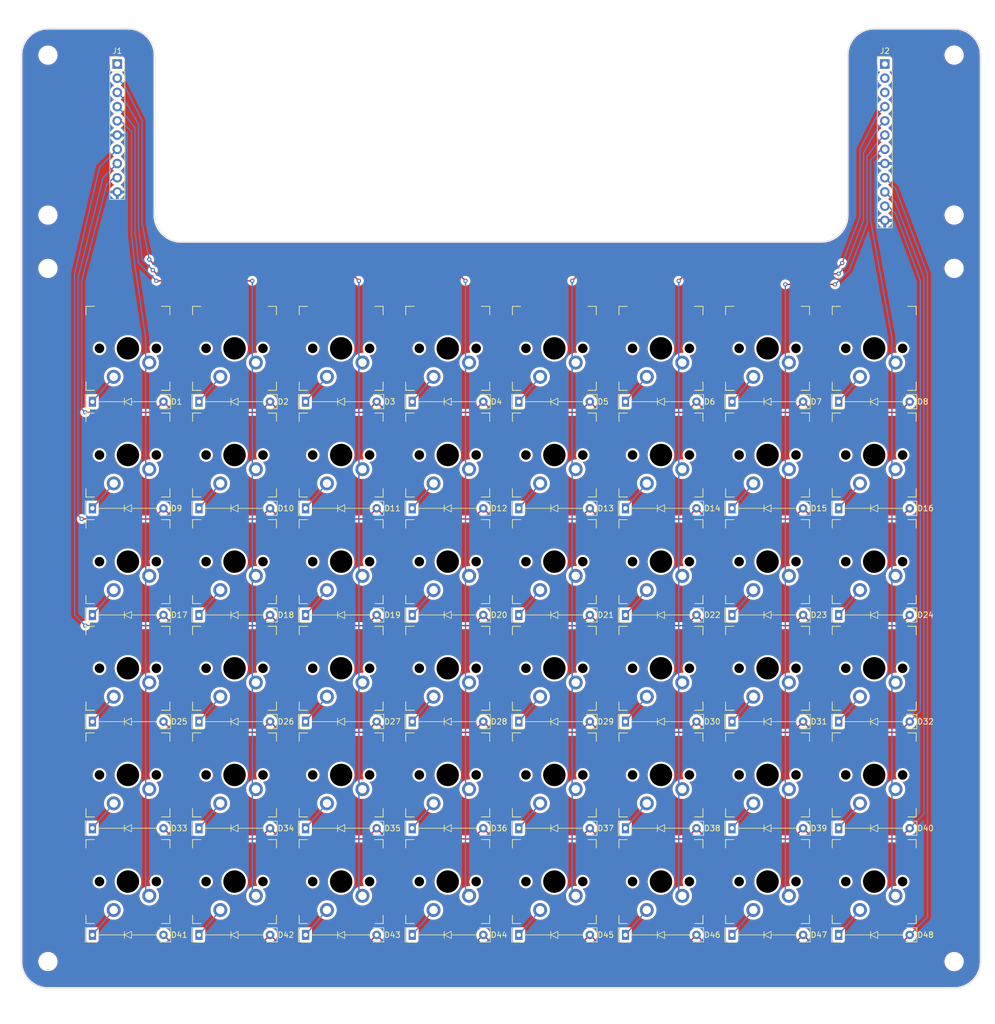
<source format=kicad_pcb>
(kicad_pcb (version 20221018) (generator pcbnew)
  (title_block (title "Eight by Six keyboard") (date "2024-09-06") (rev "v0-DRAFT") (company "Sporniket") (comment 3 "https://github.com/sporniket/eight-by-six-keyboard-hardware") (comment 4 "Original repository :"))
  (layers (0 "F.Cu" signal) (31 "B.Cu" signal) (34 "B.Paste" user) (35 "F.Paste" user) (36 "B.SilkS" user "B.Silkscreen") (37 "F.SilkS" user "F.Silkscreen") (38 "B.Mask" user) (39 "F.Mask" user) (44 "Edge.Cuts" user))
  (net 0 "")
  (net 1 "Net-(D1-K)")
  (net 2 "/r0")
  (net 3 "Net-(D2-K)")
  (net 4 "Net-(D3-K)")
  (net 5 "Net-(D4-K)")
  (net 6 "Net-(D5-K)")
  (net 7 "Net-(D6-K)")
  (net 8 "Net-(D7-K)")
  (net 9 "Net-(D8-K)")
  (net 10 "Net-(D9-K)")
  (net 11 "/r1")
  (net 12 "Net-(D10-K)")
  (net 13 "Net-(D11-K)")
  (net 14 "Net-(D12-K)")
  (net 15 "Net-(D13-K)")
  (net 16 "Net-(D14-K)")
  (net 17 "Net-(D15-K)")
  (net 18 "Net-(D16-K)")
  (net 19 "Net-(D17-K)")
  (net 20 "/r2")
  (net 21 "Net-(D18-K)")
  (net 22 "Net-(D19-K)")
  (net 23 "Net-(D20-K)")
  (net 24 "Net-(D21-K)")
  (net 25 "Net-(D22-K)")
  (net 26 "Net-(D23-K)")
  (net 27 "Net-(D24-K)")
  (net 28 "Net-(D25-K)")
  (net 29 "/r3")
  (net 30 "Net-(D26-K)")
  (net 31 "Net-(D27-K)")
  (net 32 "Net-(D28-K)")
  (net 33 "Net-(D29-K)")
  (net 34 "Net-(D30-K)")
  (net 35 "Net-(D31-K)")
  (net 36 "Net-(D32-K)")
  (net 37 "Net-(D33-K)")
  (net 38 "/r4")
  (net 39 "Net-(D34-K)")
  (net 40 "Net-(D35-K)")
  (net 41 "Net-(D36-K)")
  (net 42 "Net-(D37-K)")
  (net 43 "Net-(D38-K)")
  (net 44 "Net-(D39-K)")
  (net 45 "Net-(D40-K)")
  (net 46 "Net-(D41-K)")
  (net 47 "/r5")
  (net 48 "Net-(D42-K)")
  (net 49 "Net-(D43-K)")
  (net 50 "Net-(D44-K)")
  (net 51 "Net-(D45-K)")
  (net 52 "Net-(D46-K)")
  (net 53 "Net-(D47-K)")
  (net 54 "Net-(D48-K)")
  (net 56 "/c3")
  (net 57 "/c2")
  (net 58 "/c1")
  (net 59 "/c0")
  (net 60 "GND")
  (net 64 "/c4")
  (net 65 "/c5")
  (net 66 "/c6")
  (net 67 "/c7")
  (footprint "commons-passives_THT:Passive_THT_diode_W2.54mm_L12.70mm" (layer "F.Cu") (at 95.25 142.875)
    (fp_text reference "D4")
    (fp_text value "1N4148")
  )
  (footprint "commons-passives_THT:Passive_THT_diode_W2.54mm_L12.70mm" (layer "F.Cu") (at 133.35 142.875)
    (fp_text reference "D6")
    (fp_text value "1N4148")
  )
  (footprint "MountingHole:MountingHole_2.7mm_M2.5" (layer "F.Cu") (at 23.8125 242.8875)
    (fp_text reference "H4")
    (fp_text value "M2.5")
  )
  (footprint "commons-passives_THT:Passive_THT_diode_W2.54mm_L12.70mm" (layer "F.Cu") (at 133.35 200.025)
    (fp_text reference "D30")
    (fp_text value "1N4148")
  )
  (footprint "commons-passives_THT:Passive_THT_diode_W2.54mm_L12.70mm" (layer "F.Cu") (at 38.1 161.925)
    (fp_text reference "D9")
    (fp_text value "1N4148")
  )
  (footprint "Connector_PinHeader_2.54mm:PinHeader_1x10_P2.54mm_Vertical" (layer "F.Cu") (at 36.195 82.55)
    (fp_text reference "J1")
    (fp_text value "Left")
  )
  (footprint "commons-passives_THT:Passive_THT_diode_W2.54mm_L12.70mm" (layer "F.Cu") (at 76.2 161.925)
    (fp_text reference "D11")
    (fp_text value "1N4148")
  )
  (footprint "commons-passives_THT:Passive_THT_diode_W2.54mm_L12.70mm" (layer "F.Cu") (at 171.45 200.025)
    (fp_text reference "D32")
    (fp_text value "1N4148")
  )
  (footprint "key-switches:SW_MX_THT" (layer "F.Cu") (at 133.35 228.6)
    (fp_text reference "SW46" hide)
    (fp_text value "Key" hide)
  )
  (footprint "MountingHole:MountingHole_2.7mm_M2.5" (layer "F.Cu") (at 185.7375 119.0625)
    (fp_text reference "H7")
    (fp_text value "M2.5")
  )
  (footprint "commons-passives_THT:Passive_THT_diode_W2.54mm_L12.70mm" (layer "F.Cu") (at 152.4 142.875)
    (fp_text reference "D7")
    (fp_text value "1N4148")
  )
  (footprint "MountingHole:MountingHole_2.7mm_M2.5" (layer "F.Cu") (at 185.7375 242.8875)
    (fp_text reference "H8")
    (fp_text value "M2.5")
  )
  (footprint "key-switches:SW_MX_THT" (layer "F.Cu") (at 171.45 152.4)
    (fp_text reference "SW16" hide)
    (fp_text value "Key" hide)
  )
  (footprint "commons-passives_THT:Passive_THT_diode_W2.54mm_L12.70mm" (layer "F.Cu") (at 57.15 161.925)
    (fp_text reference "D10")
    (fp_text value "1N4148")
  )
  (footprint "key-switches:SW_MX_THT" (layer "F.Cu") (at 133.35 152.4)
    (fp_text reference "SW14" hide)
    (fp_text value "Key" hide)
  )
  (footprint "commons-passives_THT:Passive_THT_diode_W2.54mm_L12.70mm" (layer "F.Cu") (at 114.3 200.025)
    (fp_text reference "D29")
    (fp_text value "1N4148")
  )
  (footprint "Connector_PinHeader_2.54mm:PinHeader_1x12_P2.54mm_Vertical" (layer "F.Cu") (at 173.355 82.55)
    (fp_text reference "J2")
    (fp_text value "Right")
  )
  (footprint "MountingHole:MountingHole_2.7mm_M2.5" (layer "F.Cu") (at 23.8125 109.5375)
    (fp_text reference "H2")
    (fp_text value "M2.5")
  )
  (footprint "commons-passives_THT:Passive_THT_diode_W2.54mm_L12.70mm" (layer "F.Cu") (at 114.3 142.875)
    (fp_text reference "D5")
    (fp_text value "1N4148")
  )
  (footprint "commons-passives_THT:Passive_THT_diode_W2.54mm_L12.70mm" (layer "F.Cu") (at 57.15 219.075)
    (fp_text reference "D34")
    (fp_text value "1N4148")
  )
  (footprint "key-switches:SW_MX_THT" (layer "F.Cu") (at 57.15 209.55)
    (fp_text reference "SW34" hide)
    (fp_text value "Key" hide)
  )
  (footprint "key-switches:SW_MX_THT" (layer "F.Cu") (at 171.45 190.5)
    (fp_text reference "SW32" hide)
    (fp_text value "Key" hide)
  )
  (footprint "commons-passives_THT:Passive_THT_diode_W2.54mm_L12.70mm" (layer "F.Cu") (at 171.45 180.975)
    (fp_text reference "D24")
    (fp_text value "1N4148")
  )
  (footprint "key-switches:SW_MX_THT" (layer "F.Cu") (at 76.2 133.35)
    (fp_text reference "SW3" hide)
    (fp_text value "Key" hide)
  )
  (footprint "key-switches:SW_MX_THT" (layer "F.Cu") (at 57.15 133.35)
    (fp_text reference "SW2" hide)
    (fp_text value "Key" hide)
  )
  (footprint "key-switches:SW_MX_THT" (layer "F.Cu") (at 171.45 171.45)
    (fp_text reference "SW24" hide)
    (fp_text value "Key" hide)
  )
  (footprint "key-switches:SW_MX_THT" (layer "F.Cu") (at 114.3 152.4)
    (fp_text reference "SW13" hide)
    (fp_text value "Key" hide)
  )
  (footprint "commons-passives_THT:Passive_THT_diode_W2.54mm_L12.70mm" (layer "F.Cu") (at 133.35 180.975)
    (fp_text reference "D22")
    (fp_text value "1N4148")
  )
  (footprint "commons-passives_THT:Passive_THT_diode_W2.54mm_L12.70mm" (layer "F.Cu") (at 57.15 200.025)
    (fp_text reference "D26")
    (fp_text value "1N4148")
  )
  (footprint "commons-passives_THT:Passive_THT_diode_W2.54mm_L12.70mm" (layer "F.Cu") (at 152.4 219.075)
    (fp_text reference "D39")
    (fp_text value "1N4148")
  )
  (footprint "key-switches:SW_MX_THT" (layer "F.Cu") (at 133.35 133.35)
    (fp_text reference "SW6" hide)
    (fp_text value "Key" hide)
  )
  (footprint "commons-passives_THT:Passive_THT_diode_W2.54mm_L12.70mm" (layer "F.Cu") (at 152.4 161.925)
    (fp_text reference "D15")
    (fp_text value "1N4148")
  )
  (footprint "key-switches:SW_MX_THT" (layer "F.Cu") (at 76.2 190.5)
    (fp_text reference "SW27" hide)
    (fp_text value "Key" hide)
  )
  (footprint "key-switches:SW_MX_THT" (layer "F.Cu") (at 171.45 209.55)
    (fp_text reference "SW40" hide)
    (fp_text value "Key" hide)
  )
  (footprint "key-switches:SW_MX_THT" (layer "F.Cu") (at 114.3 209.55)
    (fp_text reference "SW37" hide)
    (fp_text value "Key" hide)
  )
  (footprint "key-switches:SW_MX_THT" (layer "F.Cu") (at 114.3 190.5)
    (fp_text reference "SW29" hide)
    (fp_text value "Key" hide)
  )
  (footprint "commons-passives_THT:Passive_THT_diode_W2.54mm_L12.70mm" (layer "F.Cu") (at 114.3 180.975)
    (fp_text reference "D21")
    (fp_text value "1N4148")
  )
  (footprint "key-switches:SW_MX_THT" (layer "F.Cu") (at 76.2 209.55)
    (fp_text reference "SW35" hide)
    (fp_text value "Key" hide)
  )
  (footprint "commons-passives_THT:Passive_THT_diode_W2.54mm_L12.70mm" (layer "F.Cu") (at 57.15 180.975)
    (fp_text reference "D18")
    (fp_text value "1N4148")
  )
  (footprint "key-switches:SW_MX_THT" (layer "F.Cu") (at 38.1 228.6)
    (fp_text reference "SW41" hide)
    (fp_text value "Key" hide)
  )
  (footprint "key-switches:SW_MX_THT" (layer "F.Cu") (at 133.35 209.55)
    (fp_text reference "SW38" hide)
    (fp_text value "Key" hide)
  )
  (footprint "commons-passives_THT:Passive_THT_diode_W2.54mm_L12.70mm" (layer "F.Cu") (at 76.2 142.875)
    (fp_text reference "D3")
    (fp_text value "1N4148")
  )
  (footprint "commons-passives_THT:Passive_THT_diode_W2.54mm_L12.70mm" (layer "F.Cu") (at 38.1 219.075)
    (fp_text reference "D33")
    (fp_text value "1N4148")
  )
  (footprint "key-switches:SW_MX_THT" (layer "F.Cu") (at 95.25 152.4)
    (fp_text reference "SW12" hide)
    (fp_text value "Key" hide)
  )
  (footprint "commons-passives_THT:Passive_THT_diode_W2.54mm_L12.70mm" (layer "F.Cu") (at 133.35 238.125)
    (fp_text reference "D46")
    (fp_text value "1N4148")
  )
  (footprint "commons-passives_THT:Passive_THT_diode_W2.54mm_L12.70mm" (layer "F.Cu") (at 152.4 238.125)
    (fp_text reference "D47")
    (fp_text value "1N4148")
  )
  (footprint "commons-passives_THT:Passive_THT_diode_W2.54mm_L12.70mm" (layer "F.Cu") (at 95.25 238.125)
    (fp_text reference "D44")
    (fp_text value "1N4148")
  )
  (footprint "commons-passives_THT:Passive_THT_diode_W2.54mm_L12.70mm" (layer "F.Cu") (at 38.1 200.025)
    (fp_text reference "D25")
    (fp_text value "1N4148")
  )
  (footprint "key-switches:SW_MX_THT" (layer "F.Cu") (at 95.25 190.5)
    (fp_text reference "SW28" hide)
    (fp_text value "Key" hide)
  )
  (footprint "commons-passives_THT:Passive_THT_diode_W2.54mm_L12.70mm" (layer "F.Cu") (at 76.2 238.125)
    (fp_text reference "D43")
    (fp_text value "1N4148")
  )
  (footprint "key-switches:SW_MX_THT" (layer "F.Cu") (at 95.25 228.6)
    (fp_text reference "SW44" hide)
    (fp_text value "Key" hide)
  )
  (footprint "commons-passives_THT:Passive_THT_diode_W2.54mm_L12.70mm" (layer "F.Cu") (at 114.3 238.125)
    (fp_text reference "D45")
    (fp_text value "1N4148")
  )
  (footprint "commons-passives_THT:Passive_THT_diode_W2.54mm_L12.70mm" (layer "F.Cu") (at 171.45 161.925)
    (fp_text reference "D16")
    (fp_text value "1N4148")
  )
  (footprint "commons-passives_THT:Passive_THT_diode_W2.54mm_L12.70mm" (layer "F.Cu") (at 57.15 142.875)
    (fp_text reference "D2")
    (fp_text value "1N4148")
  )
  (footprint "key-switches:SW_MX_THT" (layer "F.Cu") (at 38.1 152.4)
    (fp_text reference "SW9" hide)
    (fp_text value "Key" hide)
  )
  (footprint "key-switches:SW_MX_THT" (layer "F.Cu") (at 76.2 171.45)
    (fp_text reference "SW19" hide)
    (fp_text value "Key" hide)
  )
  (footprint "key-switches:SW_MX_THT" (layer "F.Cu") (at 38.1 171.45)
    (fp_text reference "SW17" hide)
    (fp_text value "Key" hide)
  )
  (footprint "key-switches:SW_MX_THT" (layer "F.Cu") (at 57.15 152.4)
    (fp_text reference "SW10" hide)
    (fp_text value "Key" hide)
  )
  (footprint "key-switches:SW_MX_THT" (layer "F.Cu") (at 171.45 133.35)
    (fp_text reference "SW8" hide)
    (fp_text value "Key" hide)
  )
  (footprint "MountingHole:MountingHole_2.7mm_M2.5" (layer "F.Cu") (at 185.7375 80.9625)
    (fp_text reference "H5")
    (fp_text value "M2.5")
  )
  (footprint "commons-passives_THT:Passive_THT_diode_W2.54mm_L12.70mm" (layer "F.Cu") (at 57.15 238.125)
    (fp_text reference "D42")
    (fp_text value "1N4148")
  )
  (footprint "key-switches:SW_MX_THT" (layer "F.Cu") (at 171.45 228.6)
    (fp_text reference "SW48" hide)
    (fp_text value "Key" hide)
  )
  (footprint "MountingHole:MountingHole_2.7mm_M2.5" (layer "F.Cu") (at 23.8125 119.0625)
    (fp_text reference "H3")
    (fp_text value "M2.5")
  )
  (footprint "key-switches:SW_MX_THT" (layer "F.Cu") (at 152.4 209.55)
    (fp_text reference "SW39" hide)
    (fp_text value "Key" hide)
  )
  (footprint "key-switches:SW_MX_THT" (layer "F.Cu") (at 133.35 190.5)
    (fp_text reference "SW30" hide)
    (fp_text value "Key" hide)
  )
  (footprint "commons-passives_THT:Passive_THT_diode_W2.54mm_L12.70mm" (layer "F.Cu") (at 95.25 219.075)
    (fp_text reference "D36")
    (fp_text value "1N4148")
  )
  (footprint "commons-passives_THT:Passive_THT_diode_W2.54mm_L12.70mm" (layer "F.Cu") (at 38.1 180.975)
    (fp_text reference "D17")
    (fp_text value "1N4148")
  )
  (footprint "commons-passives_THT:Passive_THT_diode_W2.54mm_L12.70mm" (layer "F.Cu") (at 171.45 238.125)
    (fp_text reference "D48")
    (fp_text value "1N4148")
  )
  (footprint "key-switches:SW_MX_THT" (layer "F.Cu") (at 57.15 228.6)
    (fp_text reference "SW42" hide)
    (fp_text value "Key" hide)
  )
  (footprint "key-switches:SW_MX_THT" (layer "F.Cu") (at 152.4 171.45)
    (fp_text reference "SW23" hide)
    (fp_text value "Key" hide)
  )
  (footprint "key-switches:SW_MX_THT" (layer "F.Cu") (at 38.1 190.5)
    (fp_text reference "SW25" hide)
    (fp_text value "Key" hide)
  )
  (footprint "commons-passives_THT:Passive_THT_diode_W2.54mm_L12.70mm" (layer "F.Cu") (at 152.4 180.975)
    (fp_text reference "D23")
    (fp_text value "1N4148")
  )
  (footprint "key-switches:SW_MX_THT" (layer "F.Cu") (at 133.35 171.45)
    (fp_text reference "SW22" hide)
    (fp_text value "Key" hide)
  )
  (footprint "MountingHole:MountingHole_2.7mm_M2.5" (layer "F.Cu") (at 185.7375 109.5375)
    (fp_text reference "H6")
    (fp_text value "M2.5")
  )
  (footprint "commons-passives_THT:Passive_THT_diode_W2.54mm_L12.70mm" (layer "F.Cu") (at 38.1 142.875)
    (fp_text reference "D1")
    (fp_text value "1N4148")
  )
  (footprint "key-switches:SW_MX_THT" (layer "F.Cu") (at 114.3 228.6)
    (fp_text reference "SW45" hide)
    (fp_text value "Key" hide)
  )
  (footprint "key-switches:SW_MX_THT" (layer "F.Cu") (at 114.3 133.35)
    (fp_text reference "SW5" hide)
    (fp_text value "Key" hide)
  )
  (footprint "commons-passives_THT:Passive_THT_diode_W2.54mm_L12.70mm" (layer "F.Cu") (at 133.35 161.925)
    (fp_text reference "D14")
    (fp_text value "1N4148")
  )
  (footprint "commons-passives_THT:Passive_THT_diode_W2.54mm_L12.70mm" (layer "F.Cu") (at 95.25 180.975)
    (fp_text reference "D20")
    (fp_text value "1N4148")
  )
  (footprint "key-switches:SW_MX_THT" (layer "F.Cu") (at 38.1 133.35)
    (fp_text reference "SW1" hide)
    (fp_text value "Key" hide)
  )
  (footprint "key-switches:SW_MX_THT" (layer "F.Cu") (at 152.4 133.35)
    (fp_text reference "SW7" hide)
    (fp_text value "Key" hide)
  )
  (footprint "commons-passives_THT:Passive_THT_diode_W2.54mm_L12.70mm" (layer "F.Cu") (at 171.45 219.075)
    (fp_text reference "D40")
    (fp_text value "1N4148")
  )
  (footprint "commons-passives_THT:Passive_THT_diode_W2.54mm_L12.70mm" (layer "F.Cu") (at 133.35 219.075)
    (fp_text reference "D38")
    (fp_text value "1N4148")
  )
  (footprint "key-switches:SW_MX_THT" (layer "F.Cu") (at 95.25 133.35)
    (fp_text reference "SW4" hide)
    (fp_text value "Key" hide)
  )
  (footprint "key-switches:SW_MX_THT" (layer "F.Cu") (at 152.4 152.4)
    (fp_text reference "SW15" hide)
    (fp_text value "Key" hide)
  )
  (footprint "key-switches:SW_MX_THT" (layer "F.Cu") (at 95.25 209.55)
    (fp_text reference "SW36" hide)
    (fp_text value "Key" hide)
  )
  (footprint "key-switches:SW_MX_THT" (layer "F.Cu") (at 38.1 209.55)
    (fp_text reference "SW33" hide)
    (fp_text value "Key" hide)
  )
  (footprint "commons-passives_THT:Passive_THT_diode_W2.54mm_L12.70mm" (layer "F.Cu") (at 38.1 238.125)
    (fp_text reference "D41")
    (fp_text value "1N4148")
  )
  (footprint "commons-passives_THT:Passive_THT_diode_W2.54mm_L12.70mm" (layer "F.Cu") (at 171.45 142.875)
    (fp_text reference "D8")
    (fp_text value "1N4148")
  )
  (footprint "key-switches:SW_MX_THT" (layer "F.Cu") (at 76.2 152.4)
    (fp_text reference "SW11" hide)
    (fp_text value "Key" hide)
  )
  (footprint "key-switches:SW_MX_THT" (layer "F.Cu") (at 57.15 171.45)
    (fp_text reference "SW18" hide)
    (fp_text value "Key" hide)
  )
  (footprint "commons-passives_THT:Passive_THT_diode_W2.54mm_L12.70mm" (layer "F.Cu") (at 76.2 200.025)
    (fp_text reference "D27")
    (fp_text value "1N4148")
  )
  (footprint "MountingHole:MountingHole_2.7mm_M2.5" (layer "F.Cu") (at 23.8125 80.9625)
    (fp_text reference "H1")
    (fp_text value "M2.5")
  )
  (footprint "key-switches:SW_MX_THT" (layer "F.Cu") (at 114.3 171.45)
    (fp_text reference "SW21" hide)
    (fp_text value "Key" hide)
  )
  (footprint "key-switches:SW_MX_THT" (layer "F.Cu") (at 57.15 190.5)
    (fp_text reference "SW26" hide)
    (fp_text value "Key" hide)
  )
  (footprint "commons-passives_THT:Passive_THT_diode_W2.54mm_L12.70mm" (layer "F.Cu") (at 95.25 161.925)
    (fp_text reference "D12")
    (fp_text value "1N4148")
  )
  (footprint "commons-passives_THT:Passive_THT_diode_W2.54mm_L12.70mm" (layer "F.Cu") (at 114.3 219.075)
    (fp_text reference "D37")
    (fp_text value "1N4148")
  )
  (footprint "commons-passives_THT:Passive_THT_diode_W2.54mm_L12.70mm" (layer "F.Cu") (at 76.2 180.975)
    (fp_text reference "D19")
    (fp_text value "1N4148")
  )
  (footprint "commons-passives_THT:Passive_THT_diode_W2.54mm_L12.70mm" (layer "F.Cu") (at 114.3 161.925)
    (fp_text reference "D13")
    (fp_text value "1N4148")
  )
  (footprint "key-switches:SW_MX_THT" (layer "F.Cu") (at 152.4 228.6)
    (fp_text reference "SW47" hide)
    (fp_text value "Key" hide)
  )
  (footprint "key-switches:SW_MX_THT" (layer "F.Cu") (at 152.4 190.5)
    (fp_text reference "SW31" hide)
    (fp_text value "Key" hide)
  )
  (footprint "commons-passives_THT:Passive_THT_diode_W2.54mm_L12.70mm" (layer "F.Cu") (at 76.2 219.075)
    (fp_text reference "D35")
    (fp_text value "1N4148")
  )
  (footprint "key-switches:SW_MX_THT" (layer "F.Cu") (at 76.2 228.6)
    (fp_text reference "SW43" hide)
    (fp_text value "Key" hide)
  )
  (footprint "commons-passives_THT:Passive_THT_diode_W2.54mm_L12.70mm" (layer "F.Cu") (at 152.4 200.025)
    (fp_text reference "D31")
    (fp_text value "1N4148")
  )
  (footprint "key-switches:SW_MX_THT" (layer "F.Cu") (at 95.25 171.45)
    (fp_text reference "SW20" hide)
    (fp_text value "Key" hide)
  )
  (footprint "commons-passives_THT:Passive_THT_diode_W2.54mm_L12.70mm" (layer "F.Cu") (at 95.25 200.025)
    (fp_text reference "D28")
    (fp_text value "1N4148")
  )
  (gr_line (start 19.05 80.9625) (end 19.05 242.8875) (stroke (width 0.1)) (layer "Edge.Cuts"))
  (gr_arc (start 166.6875 80.9625) (mid 168.082404 77.594904) (end 171.45 76.2) (stroke (width 0.1)) (layer "Edge.Cuts"))
  (gr_arc (start 185.7375 76.2) (mid 189.105096 77.594904) (end 190.5 80.9625) (stroke (width 0.1)) (layer "Edge.Cuts"))
  (gr_line (start 166.6875 80.9625) (end 166.6875 109.5375) (stroke (width 0.1)) (layer "Edge.Cuts"))
  (gr_arc (start 47.625 114.3) (mid 44.257404 112.905096) (end 42.8625 109.5375) (stroke (width 0.1)) (layer "Edge.Cuts"))
  (gr_line (start 38.1 76.2) (end 23.8125 76.2) (stroke (width 0.1)) (layer "Edge.Cuts"))
  (gr_line (start 190.5 242.8875) (end 190.5 80.9625) (stroke (width 0.1)) (layer "Edge.Cuts"))
  (gr_arc (start 38.1 76.2) (mid 41.467596 77.594904) (end 42.8625 80.9625) (stroke (width 0.1)) (layer "Edge.Cuts"))
  (gr_arc (start 190.5 242.8875) (mid 189.105096 246.255096) (end 185.7375 247.65) (stroke (width 0.1)) (layer "Edge.Cuts"))
  (gr_line (start 42.8625 109.5375) (end 42.8625 80.9625) (stroke (width 0.1)) (layer "Edge.Cuts"))
  (gr_line (start 161.925 114.3) (end 47.625 114.3) (stroke (width 0.1)) (layer "Edge.Cuts"))
  (gr_line (start 23.8125 247.65) (end 185.7375 247.65) (stroke (width 0.1)) (layer "Edge.Cuts"))
  (gr_line (start 185.7375 76.2) (end 171.45 76.2) (stroke (width 0.1)) (layer "Edge.Cuts"))
  (gr_arc (start 19.05 80.9625) (mid 20.444904 77.594904) (end 23.8125 76.2) (stroke (width 0.1)) (layer "Edge.Cuts"))
  (gr_arc (start 23.8125 247.65) (mid 20.444904 246.255096) (end 19.05 242.8875) (stroke (width 0.1)) (layer "Edge.Cuts"))
  (gr_arc (start 166.6875 109.5375) (mid 165.292596 112.905096) (end 161.925 114.3) (stroke (width 0.1)) (layer "Edge.Cuts"))
  (segment (start 31.75 142.875) (end 35.56 138.43) (width 0.254) (layer "B.Cu") (net 1))
  (segment (start 61.595 144.78) (end 63.5 142.875) (width 0.254) (layer "F.Cu") (net 2))
  (segment (start 103.505 144.78) (end 118.745 144.78) (width 0.254) (layer "F.Cu") (net 2))
  (segment (start 156.845 144.78) (end 158.75 142.875) (width 0.254) (layer "F.Cu") (net 2))
  (segment (start 101.6 142.875) (end 103.505 144.78) (width 0.254) (layer "F.Cu") (net 2))
  (segment (start 82.55 142.875) (end 84.455 144.78) (width 0.254) (layer "F.Cu") (net 2))
  (segment (start 84.455 144.78) (end 99.695 144.78) (width 0.254) (layer "F.Cu") (net 2))
  (segment (start 139.7 142.875) (end 141.605 144.78) (width 0.254) (layer "F.Cu") (net 2))
  (segment (start 175.895 144.78) (end 177.8 142.875) (width 0.254) (layer "F.Cu") (net 2))
  (segment (start 120.65 142.875) (end 122.555 144.78) (width 0.254) (layer "F.Cu") (net 2))
  (segment (start 160.655 144.78) (end 175.895 144.78) (width 0.254) (layer "F.Cu") (net 2))
  (segment (start 44.45 142.875) (end 46.355 144.78) (width 0.254) (layer "F.Cu") (net 2))
  (segment (start 80.645 144.78) (end 82.55 142.875) (width 0.254) (layer "F.Cu") (net 2))
  (segment (start 42.545 144.78) (end 44.45 142.875) (width 0.254) (layer "F.Cu") (net 2))
  (segment (start 63.5 142.875) (end 65.405 144.78) (width 0.254) (layer "F.Cu") (net 2))
  (segment (start 158.75 142.875) (end 160.655 144.78) (width 0.254) (layer "F.Cu") (net 2))
  (segment (start 99.695 144.78) (end 101.6 142.875) (width 0.254) (layer "F.Cu") (net 2))
  (segment (start 65.405 144.78) (end 80.645 144.78) (width 0.254) (layer "F.Cu") (net 2))
  (segment (start 118.745 144.78) (end 120.65 142.875) (width 0.254) (layer "F.Cu") (net 2))
  (segment (start 30.48 144.78) (end 42.545 144.78) (width 0.254) (layer "F.Cu") (net 2))
  (segment (start 122.555 144.78) (end 137.795 144.78) (width 0.254) (layer "F.Cu") (net 2))
  (segment (start 46.355 144.78) (end 61.595 144.78) (width 0.254) (layer "F.Cu") (net 2))
  (segment (start 137.795 144.78) (end 139.7 142.875) (width 0.254) (layer "F.Cu") (net 2))
  (segment (start 141.605 144.78) (end 156.845 144.78) (width 0.254) (layer "F.Cu") (net 2))
  (via (at 30.48 144.78) (size 0.762) (drill 0.381) (layers "F.Cu" "B.Cu") (net 2))
  (segment (start 29.845 121.285) (end 34.29 104.14) (width 0.254) (layer "B.Cu") (net 2))
  (segment (start 29.845 121.285) (end 29.845 144.145) (width 0.254) (layer "B.Cu") (net 2))
  (segment (start 36.195 102.87) (end 35.56 102.87) (width 0.254) (layer "B.Cu") (net 2))
  (segment (start 35.56 102.87) (end 34.29 104.14) (width 0.254) (layer "B.Cu") (net 2))
  (segment (start 29.845 144.145) (end 30.48 144.78) (width 0.254) (layer "B.Cu") (net 2))
  (segment (start 50.8 142.875) (end 54.61 138.43) (width 0.254) (layer "B.Cu") (net 3))
  (segment (start 69.85 142.875) (end 73.66 138.43) (width 0.254) (layer "B.Cu") (net 4))
  (segment (start 88.9 142.875) (end 92.71 138.43) (width 0.254) (layer "B.Cu") (net 5))
  (segment (start 107.95 142.875) (end 111.76 138.43) (width 0.254) (layer "B.Cu") (net 6))
  (segment (start 127 142.875) (end 130.81 138.43) (width 0.254) (layer "B.Cu") (net 7))
  (segment (start 146.05 142.875) (end 149.86 138.43) (width 0.254) (layer "B.Cu") (net 8))
  (segment (start 165.1 142.875) (end 168.91 138.43) (width 0.254) (layer "B.Cu") (net 9))
  (segment (start 31.75 161.925) (end 35.56 157.48) (width 0.254) (layer "B.Cu") (net 10))
  (segment (start 158.75 161.925) (end 160.655 163.83) (width 0.254) (layer "F.Cu") (net 11))
  (segment (start 29.845 163.83) (end 42.545 163.83) (width 0.254) (layer "F.Cu") (net 11))
  (segment (start 120.65 161.925) (end 122.555 163.83) (width 0.254) (layer "F.Cu") (net 11))
  (segment (start 65.405 163.83) (end 80.645 163.83) (width 0.254) (layer "F.Cu") (net 11))
  (segment (start 99.695 163.83) (end 101.6 161.925) (width 0.254) (layer "F.Cu") (net 11))
  (segment (start 156.845 163.83) (end 158.75 161.925) (width 0.254) (layer "F.Cu") (net 11))
  (segment (start 139.7 161.925) (end 141.605 163.83) (width 0.254) (layer "F.Cu") (net 11))
  (segment (start 175.895 163.83) (end 177.8 161.925) (width 0.254) (layer "F.Cu") (net 11))
  (segment (start 122.555 163.83) (end 137.795 163.83) (width 0.254) (layer "F.Cu") (net 11))
  (segment (start 118.745 163.83) (end 120.65 161.925) (width 0.254) (layer "F.Cu") (net 11))
  (segment (start 63.5 161.925) (end 65.405 163.83) (width 0.254) (layer "F.Cu") (net 11))
  (segment (start 42.545 163.83) (end 44.45 161.925) (width 0.254) (layer "F.Cu") (net 11))
  (segment (start 137.795 163.83) (end 139.7 161.925) (width 0.254) (layer "F.Cu") (net 11))
  (segment (start 141.605 163.83) (end 156.845 163.83) (width 0.254) (layer "F.Cu") (net 11))
  (segment (start 61.595 163.83) (end 63.5 161.925) (width 0.254) (layer "F.Cu") (net 11))
  (segment (start 46.355 163.83) (end 61.595 163.83) (width 0.254) (layer "F.Cu") (net 11))
  (segment (start 84.455 163.83) (end 99.695 163.83) (width 0.254) (layer "F.Cu") (net 11))
  (segment (start 160.655 163.83) (end 175.895 163.83) (width 0.254) (layer "F.Cu") (net 11))
  (segment (start 101.6 161.925) (end 103.505 163.83) (width 0.254) (layer "F.Cu") (net 11))
  (segment (start 103.505 163.83) (end 118.745 163.83) (width 0.254) (layer "F.Cu") (net 11))
  (segment (start 80.645 163.83) (end 82.55 161.925) (width 0.254) (layer "F.Cu") (net 11))
  (segment (start 44.45 161.925) (end 46.355 163.83) (width 0.254) (layer "F.Cu") (net 11))
  (segment (start 82.55 161.925) (end 84.455 163.83) (width 0.254) (layer "F.Cu") (net 11))
  (via (at 29.845 163.83) (size 0.762) (drill 0.381) (layers "F.Cu" "B.Cu") (net 11))
  (segment (start 36.195 100.33) (end 33.655 102.87) (width 0.254) (layer "B.Cu") (net 11))
  (segment (start 29.21 163.195) (end 29.845 163.83) (width 0.254) (layer "B.Cu") (net 11))
  (segment (start 29.21 120.65) (end 33.655 102.87) (width 0.254) (layer "B.Cu") (net 11))
  (segment (start 29.21 120.65) (end 29.21 163.195) (width 0.254) (layer "B.Cu") (net 11))
  (segment (start 50.8 161.925) (end 54.61 157.48) (width 0.254) (layer "B.Cu") (net 12))
  (segment (start 69.85 161.925) (end 73.66 157.48) (width 0.254) (layer "B.Cu") (net 13))
  (segment (start 88.9 161.925) (end 92.71 157.48) (width 0.254) (layer "B.Cu") (net 14))
  (segment (start 107.95 161.925) (end 111.76 157.48) (width 0.254) (layer "B.Cu") (net 15))
  (segment (start 127 161.925) (end 130.81 157.48) (width 0.254) (layer "B.Cu") (net 16))
  (segment (start 146.05 161.925) (end 149.86 157.48) (width 0.254) (layer "B.Cu") (net 17))
  (segment (start 165.1 161.925) (end 168.91 157.48) (width 0.254) (layer "B.Cu") (net 18))
  (segment (start 31.75 180.975) (end 35.56 176.53) (width 0.254) (layer "B.Cu") (net 19))
  (segment (start 99.695 182.88) (end 101.6 180.975) (width 0.254) (layer "F.Cu") (net 20))
  (segment (start 30.48 182.88) (end 42.545 182.88) (width 0.254) (layer "F.Cu") (net 20))
  (segment (start 137.795 182.88) (end 139.7 180.975) (width 0.254) (layer "F.Cu") (net 20))
  (segment (start 156.845 182.88) (end 158.75 180.975) (width 0.254) (layer "F.Cu") (net 20))
  (segment (start 122.555 182.88) (end 137.795 182.88) (width 0.254) (layer "F.Cu") (net 20))
  (segment (start 175.895 182.88) (end 177.8 180.975) (width 0.254) (layer "F.Cu") (net 20))
  (segment (start 63.5 180.975) (end 65.405 182.88) (width 0.254) (layer "F.Cu") (net 20))
  (segment (start 61.595 182.88) (end 63.5 180.975) (width 0.254) (layer "F.Cu") (net 20))
  (segment (start 42.545 182.88) (end 44.45 180.975) (width 0.254) (layer "F.Cu") (net 20))
  (segment (start 84.455 182.88) (end 99.695 182.88) (width 0.254) (layer "F.Cu") (net 20))
  (segment (start 103.505 182.88) (end 118.745 182.88) (width 0.254) (layer "F.Cu") (net 20))
  (segment (start 158.75 180.975) (end 160.655 182.88) (width 0.254) (layer "F.Cu") (net 20))
  (segment (start 139.7 180.975) (end 141.605 182.88) (width 0.254) (layer "F.Cu") (net 20))
  (segment (start 118.745 182.88) (end 120.65 180.975) (width 0.254) (layer "F.Cu") (net 20))
  (segment (start 141.605 182.88) (end 156.845 182.88) (width 0.254) (layer "F.Cu") (net 20))
  (segment (start 160.655 182.88) (end 175.895 182.88) (width 0.254) (layer "F.Cu") (net 20))
  (segment (start 65.405 182.88) (end 80.645 182.88) (width 0.254) (layer "F.Cu") (net 20))
  (segment (start 80.645 182.88) (end 82.55 180.975) (width 0.254) (layer "F.Cu") (net 20))
  (segment (start 44.45 180.975) (end 46.355 182.88) (width 0.254) (layer "F.Cu") (net 20))
  (segment (start 46.355 182.88) (end 61.595 182.88) (width 0.254) (layer "F.Cu") (net 20))
  (segment (start 101.6 180.975) (end 103.505 182.88) (width 0.254) (layer "F.Cu") (net 20))
  (segment (start 120.65 180.975) (end 122.555 182.88) (width 0.254) (layer "F.Cu") (net 20))
  (segment (start 82.55 180.975) (end 84.455 182.88) (width 0.254) (layer "F.Cu") (net 20))
  (via (at 30.48 182.88) (size 0.762) (drill 0.381) (layers "F.Cu" "B.Cu") (net 20))
  (segment (start 28.575 120.015) (end 33.02 100.965) (width 0.254) (layer "B.Cu") (net 20))
  (segment (start 28.575 120.015) (end 28.575 180.975) (width 0.254) (layer "B.Cu") (net 20))
  (segment (start 28.575 180.975) (end 30.48 182.88) (width 0.254) (layer "B.Cu") (net 20))
  (segment (start 36.195 97.79) (end 33.02 100.965) (width 0.254) (layer "B.Cu") (net 20))
  (segment (start 50.8 180.975) (end 54.61 176.53) (width 0.254) (layer "B.Cu") (net 21))
  (segment (start 69.85 180.975) (end 73.66 176.53) (width 0.254) (layer "B.Cu") (net 22))
  (segment (start 88.9 180.975) (end 92.71 176.53) (width 0.254) (layer "B.Cu") (net 23))
  (segment (start 107.95 180.975) (end 111.76 176.53) (width 0.254) (layer "B.Cu") (net 24))
  (segment (start 127 180.975) (end 130.81 176.53) (width 0.254) (layer "B.Cu") (net 25))
  (segment (start 146.05 180.975) (end 149.86 176.53) (width 0.254) (layer "B.Cu") (net 26))
  (segment (start 165.1 180.975) (end 168.91 176.53) (width 0.254) (layer "B.Cu") (net 27))
  (segment (start 31.75 200.025) (end 35.56 195.58) (width 0.254) (layer "B.Cu") (net 28))
  (segment (start 156.845 201.93) (end 158.75 200.025) (width 0.254) (layer "F.Cu") (net 29))
  (segment (start 101.6 200.025) (end 103.505 201.93) (width 0.254) (layer "F.Cu") (net 29))
  (segment (start 120.65 200.025) (end 122.555 201.93) (width 0.254) (layer "F.Cu") (net 29))
  (segment (start 103.505 201.93) (end 118.745 201.93) (width 0.254) (layer "F.Cu") (net 29))
  (segment (start 118.745 201.93) (end 120.65 200.025) (width 0.254) (layer "F.Cu") (net 29))
  (segment (start 141.605 201.93) (end 156.845 201.93) (width 0.254) (layer "F.Cu") (net 29))
  (segment (start 99.695 201.93) (end 101.6 200.025) (width 0.254) (layer "F.Cu") (net 29))
  (segment (start 44.45 200.025) (end 46.355 201.93) (width 0.254) (layer "F.Cu") (net 29))
  (segment (start 158.75 200.025) (end 160.655 201.93) (width 0.254) (layer "F.Cu") (net 29))
  (segment (start 61.595 201.93) (end 63.5 200.025) (width 0.254) (layer "F.Cu") (net 29))
  (segment (start 65.405 201.93) (end 80.645 201.93) (width 0.254) (layer "F.Cu") (net 29))
  (segment (start 63.5 200.025) (end 65.405 201.93) (width 0.254) (layer "F.Cu") (net 29))
  (segment (start 46.355 201.93) (end 61.595 201.93) (width 0.254) (layer "F.Cu") (net 29))
  (segment (start 122.555 201.93) (end 137.795 201.93) (width 0.254) (layer "F.Cu") (net 29))
  (segment (start 139.7 200.025) (end 141.605 201.93) (width 0.254) (layer "F.Cu") (net 29))
  (segment (start 80.645 201.93) (end 82.55 200.025) (width 0.254) (layer "F.Cu") (net 29))
  (segment (start 84.455 201.93) (end 99.695 201.93) (width 0.254) (layer "F.Cu") (net 29))
  (segment (start 175.895 201.93) (end 177.8 200.025) (width 0.254) (layer "F.Cu") (net 29))
  (segment (start 137.795 201.93) (end 139.7 200.025) (width 0.254) (layer "F.Cu") (net 29))
  (segment (start 160.655 201.93) (end 175.895 201.93) (width 0.254) (layer "F.Cu") (net 29))
  (segment (start 82.55 200.025) (end 84.455 201.93) (width 0.254) (layer "F.Cu") (net 29))
  (segment (start 179.705 121.285) (end 175.26 109.22) (width 0.254) (layer "B.Cu") (net 29))
  (segment (start 175.26 109.22) (end 173.99 107.95) (width 0.254) (layer "B.Cu") (net 29))
  (segment (start 173.99 107.95) (end 173.355 107.95) (width 0.254) (layer "B.Cu") (net 29))
  (segment (start 179.705 198.12) (end 179.705 121.285) (width 0.254) (layer "B.Cu") (net 29))
  (segment (start 177.8 200.025) (end 179.705 198.12) (width 0.254) (layer "B.Cu") (net 29))
  (segment (start 50.8 200.025) (end 54.61 195.58) (width 0.254) (layer "B.Cu") (net 30))
  (segment (start 69.85 200.025) (end 73.66 195.58) (width 0.254) (layer "B.Cu") (net 31))
  (segment (start 88.9 200.025) (end 92.71 195.58) (width 0.254) (layer "B.Cu") (net 32))
  (segment (start 107.95 200.025) (end 111.76 195.58) (width 0.254) (layer "B.Cu") (net 33))
  (segment (start 127 200.025) (end 130.81 195.58) (width 0.254) (layer "B.Cu") (net 34))
  (segment (start 146.05 200.025) (end 149.86 195.58) (width 0.254) (layer "B.Cu") (net 35))
  (segment (start 165.1 200.025) (end 168.91 195.58) (width 0.254) (layer "B.Cu") (net 36))
  (segment (start 31.75 219.075) (end 35.56 214.63) (width 0.254) (layer "B.Cu") (net 37))
  (segment (start 139.7 219.075) (end 141.605 220.98) (width 0.254) (layer "F.Cu") (net 38))
  (segment (start 101.6 219.075) (end 103.505 220.98) (width 0.254) (layer "F.Cu") (net 38))
  (segment (start 63.5 219.075) (end 65.405 220.98) (width 0.254) (layer "F.Cu") (net 38))
  (segment (start 175.895 220.98) (end 177.8 219.075) (width 0.254) (layer "F.Cu") (net 38))
  (segment (start 99.695 220.98) (end 101.6 219.075) (width 0.254) (layer "F.Cu") (net 38))
  (segment (start 118.745 220.98) (end 120.65 219.075) (width 0.254) (layer "F.Cu") (net 38))
  (segment (start 44.45 219.075) (end 46.355 220.98) (width 0.254) (layer "F.Cu") (net 38))
  (segment (start 137.795 220.98) (end 139.7 219.075) (width 0.254) (layer "F.Cu") (net 38))
  (segment (start 141.605 220.98) (end 156.845 220.98) (width 0.254) (layer "F.Cu") (net 38))
  (segment (start 65.405 220.98) (end 80.645 220.98) (width 0.254) (layer "F.Cu") (net 38))
  (segment (start 158.75 219.075) (end 160.655 220.98) (width 0.254) (layer "F.Cu") (net 38))
  (segment (start 61.595 220.98) (end 63.5 219.075) (width 0.254) (layer "F.Cu") (net 38))
  (segment (start 46.355 220.98) (end 61.595 220.98) (width 0.254) (layer "F.Cu") (net 38))
  (segment (start 84.455 220.98) (end 99.695 220.98) (width 0.254) (layer "F.Cu") (net 38))
  (segment (start 82.55 219.075) (end 84.455 220.98) (width 0.254) (layer "F.Cu") (net 38))
  (segment (start 156.845 220.98) (end 158.75 219.075) (width 0.254) (layer "F.Cu") (net 38))
  (segment (start 103.505 220.98) (end 118.745 220.98) (width 0.254) (layer "F.Cu") (net 38))
  (segment (start 120.65 219.075) (end 122.555 220.98) (width 0.254) (layer "F.Cu") (net 38))
  (segment (start 80.645 220.98) (end 82.55 219.075) (width 0.254) (layer "F.Cu") (net 38))
  (segment (start 160.655 220.98) (end 175.895 220.98) (width 0.254) (layer "F.Cu") (net 38))
  (segment (start 122.555 220.98) (end 137.795 220.98) (width 0.254) (layer "F.Cu") (net 38))
  (segment (start 180.34 120.65) (end 175.26 107.315) (width 0.254) (layer "B.Cu") (net 38))
  (segment (start 175.26 107.315) (end 173.355 105.41) (width 0.254) (layer "B.Cu") (net 38))
  (segment (start 180.34 216.535) (end 180.34 120.65) (width 0.254) (layer "B.Cu") (net 38))
  (segment (start 177.8 219.075) (end 180.34 216.535) (width 0.254) (layer "B.Cu") (net 38))
  (segment (start 50.8 219.075) (end 54.61 214.63) (width 0.254) (layer "B.Cu") (net 39))
  (segment (start 69.85 219.075) (end 73.66 214.63) (width 0.254) (layer "B.Cu") (net 40))
  (segment (start 88.9 219.075) (end 92.71 214.63) (width 0.254) (layer "B.Cu") (net 41))
  (segment (start 107.95 219.075) (end 111.76 214.63) (width 0.254) (layer "B.Cu") (net 42))
  (segment (start 127 219.075) (end 130.81 214.63) (width 0.254) (layer "B.Cu") (net 43))
  (segment (start 146.05 219.075) (end 149.86 214.63) (width 0.254) (layer "B.Cu") (net 44))
  (segment (start 165.1 219.075) (end 168.91 214.63) (width 0.254) (layer "B.Cu") (net 45))
  (segment (start 31.75 238.125) (end 35.56 233.68) (width 0.254) (layer "B.Cu") (net 46))
  (segment (start 61.595 240.03) (end 63.5 238.125) (width 0.254) (layer "F.Cu") (net 47))
  (segment (start 156.845 240.03) (end 158.75 238.125) (width 0.254) (layer "F.Cu") (net 47))
  (segment (start 80.645 240.03) (end 82.55 238.125) (width 0.254) (layer "F.Cu") (net 47))
  (segment (start 84.455 240.03) (end 99.695 240.03) (width 0.254) (layer "F.Cu") (net 47))
  (segment (start 44.45 238.125) (end 46.355 240.03) (width 0.254) (layer "F.Cu") (net 47))
  (segment (start 101.6 238.125) (end 103.505 240.03) (width 0.254) (layer "F.Cu") (net 47))
  (segment (start 46.355 240.03) (end 61.595 240.03) (width 0.254) (layer "F.Cu") (net 47))
  (segment (start 139.7 238.125) (end 141.605 240.03) (width 0.254) (layer "F.Cu") (net 47))
  (segment (start 99.695 240.03) (end 101.6 238.125) (width 0.254) (layer "F.Cu") (net 47))
  (segment (start 65.405 240.03) (end 80.645 240.03) (width 0.254) (layer "F.Cu") (net 47))
  (segment (start 158.75 238.125) (end 160.655 240.03) (width 0.254) (layer "F.Cu") (net 47))
  (segment (start 160.655 240.03) (end 175.895 240.03) (width 0.254) (layer "F.Cu") (net 47))
  (segment (start 63.5 238.125) (end 65.405 240.03) (width 0.254) (layer "F.Cu") (net 47))
  (segment (start 118.745 240.03) (end 120.65 238.125) (width 0.254) (layer "F.Cu") (net 47))
  (segment (start 120.65 238.125) (end 122.555 240.03) (width 0.254) (layer "F.Cu") (net 47))
  (segment (start 103.505 240.03) (end 118.745 240.03) (width 0.254) (layer "F.Cu") (net 47))
  (segment (start 141.605 240.03) (end 156.845 240.03) (width 0.254) (layer "F.Cu") (net 47))
  (segment (start 82.55 238.125) (end 84.455 240.03) (width 0.254) (layer "F.Cu") (net 47))
  (segment (start 122.555 240.03) (end 137.795 240.03) (width 0.254) (layer "F.Cu") (net 47))
  (segment (start 175.895 240.03) (end 177.8 238.125) (width 0.254) (layer "F.Cu") (net 47))
  (segment (start 137.795 240.03) (end 139.7 238.125) (width 0.254) (layer "F.Cu") (net 47))
  (segment (start 175.26 104.775) (end 173.355 102.87) (width 0.254) (layer "B.Cu") (net 47))
  (segment (start 177.8 238.125) (end 180.975 234.95) (width 0.254) (layer "B.Cu") (net 47))
  (segment (start 180.975 120.015) (end 175.26 104.775) (width 0.254) (layer "B.Cu") (net 47))
  (segment (start 180.975 234.95) (end 180.975 120.015) (width 0.254) (layer "B.Cu") (net 47))
  (segment (start 50.8 238.125) (end 54.61 233.68) (width 0.254) (layer "B.Cu") (net 48))
  (segment (start 69.85 238.125) (end 73.66 233.68) (width 0.254) (layer "B.Cu") (net 49))
  (segment (start 88.9 238.125) (end 92.71 233.68) (width 0.254) (layer "B.Cu") (net 50))
  (segment (start 107.95 238.125) (end 111.76 233.68) (width 0.254) (layer "B.Cu") (net 51))
  (segment (start 127 238.125) (end 130.81 233.68) (width 0.254) (layer "B.Cu") (net 52))
  (segment (start 146.05 238.125) (end 149.86 233.68) (width 0.254) (layer "B.Cu") (net 53))
  (segment (start 165.1 238.125) (end 168.91 233.68) (width 0.254) (layer "B.Cu") (net 54))
  (segment (start 98.425 121.285) (end 95.885 118.745) (width 0.254) (layer "F.Cu") (net 56))
  (segment (start 95.885 118.745) (end 43.18 118.745) (width 0.254) (layer "F.Cu") (net 56))
  (segment (start 43.18 118.745) (end 41.91 117.475) (width 0.254) (layer "F.Cu") (net 56))
  (via (at 41.91 117.475) (size 0.762) (drill 0.381) (layers "F.Cu" "B.Cu") (net 56))
  (via (at 98.425 121.285) (size 0.762) (drill 0.381) (layers "F.Cu" "B.Cu") (net 56))
  (segment (start 98.425 230.505) (end 99.06 231.14) (width 0.254) (layer "B.Cu") (net 56))
  (segment (start 98.425 135.255) (end 99.06 135.89) (width 0.254) (layer "B.Cu") (net 56))
  (segment (start 37.465 86.36) (end 36.195 85.09) (width 0.254) (layer "B.Cu") (net 56))
  (segment (start 41.91 117.475) (end 40.64 111.125) (width 0.254) (layer "B.Cu") (net 56))
  (segment (start 99.06 193.04) (end 98.425 193.675) (width 0.254) (layer "B.Cu") (net 56))
  (segment (start 40.64 111.125) (end 40.64 92.71) (width 0.254) (layer "B.Cu") (net 56))
  (segment (start 98.425 121.285) (end 98.425 135.255) (width 0.254) (layer "B.Cu") (net 56))
  (segment (start 99.06 135.89) (end 98.425 136.525) (width 0.254) (layer "B.Cu") (net 56))
  (segment (start 99.06 173.99) (end 98.425 174.625) (width 0.254) (layer "B.Cu") (net 56))
  (segment (start 98.425 136.525) (end 98.425 154.305) (width 0.254) (layer "B.Cu") (net 56))
  (segment (start 98.425 193.675) (end 98.425 211.455) (width 0.254) (layer "B.Cu") (net 56))
  (segment (start 40.64 92.71) (end 37.465 86.36) (width 0.254) (layer "B.Cu") (net 56))
  (segment (start 99.06 154.94) (end 98.425 155.575) (width 0.254) (layer "B.Cu") (net 56))
  (segment (start 98.425 212.725) (end 98.425 230.505) (width 0.254) (layer "B.Cu") (net 56))
  (segment (start 98.425 154.305) (end 99.06 154.94) (width 0.254) (layer "B.Cu") (net 56))
  (segment (start 98.425 211.455) (end 99.06 212.09) (width 0.254) (layer "B.Cu") (net 56))
  (segment (start 98.425 155.575) (end 98.425 173.355) (width 0.254) (layer "B.Cu") (net 56))
  (segment (start 98.425 173.355) (end 99.06 173.99) (width 0.254) (layer "B.Cu") (net 56))
  (segment (start 98.425 174.625) (end 98.425 192.405) (width 0.254) (layer "B.Cu") (net 56))
  (segment (start 98.425 192.405) (end 99.06 193.04) (width 0.254) (layer "B.Cu") (net 56))
  (segment (start 99.06 212.09) (end 98.425 212.725) (width 0.254) (layer "B.Cu") (net 56))
  (segment (start 79.375 121.285) (end 78.105 120.015) (width 0.254) (layer "F.Cu") (net 57))
  (segment (start 78.105 120.015) (end 43.18 120.015) (width 0.254) (layer "F.Cu") (net 57))
  (segment (start 43.18 120.015) (end 42.545 119.38) (width 0.254) (layer "F.Cu") (net 57))
  (via (at 42.545 119.38) (size 0.762) (drill 0.381) (layers "F.Cu" "B.Cu") (net 57))
  (via (at 79.375 121.285) (size 0.762) (drill 0.381) (layers "F.Cu" "B.Cu") (net 57))
  (segment (start 79.375 174.625) (end 79.375 192.405) (width 0.254) (layer "B.Cu") (net 57))
  (segment (start 80.01 173.99) (end 79.375 174.625) (width 0.254) (layer "B.Cu") (net 57))
  (segment (start 40.005 93.345) (end 40.005 111.76) (width 0.254) (layer "B.Cu") (net 57))
  (segment (start 40.005 111.76) (end 40.64 117.475) (width 0.254) (layer "B.Cu") (net 57))
  (segment (start 40.005 93.345) (end 37.465 88.9) (width 0.254) (layer "B.Cu") (net 57))
  (segment (start 79.375 155.575) (end 79.375 173.355) (width 0.254) (layer "B.Cu") (net 57))
  (segment (start 80.01 193.04) (end 79.375 193.675) (width 0.254) (layer "B.Cu") (net 57))
  (segment (start 79.375 211.455) (end 80.01 212.09) (width 0.254) (layer "B.Cu") (net 57))
  (segment (start 80.01 212.09) (end 79.375 212.725) (width 0.254) (layer "B.Cu") (net 57))
  (segment (start 80.01 135.89) (end 79.375 136.525) (width 0.254) (layer "B.Cu") (net 57))
  (segment (start 36.195 87.63) (end 37.465 88.9) (width 0.254) (layer "B.Cu") (net 57))
  (segment (start 40.64 117.475) (end 42.545 119.38) (width 0.254) (layer "B.Cu") (net 57))
  (segment (start 79.375 212.725) (end 79.375 230.505) (width 0.254) (layer "B.Cu") (net 57))
  (segment (start 79.375 193.675) (end 79.375 211.455) (width 0.254) (layer "B.Cu") (net 57))
  (segment (start 79.375 154.305) (end 80.01 154.94) (width 0.254) (layer "B.Cu") (net 57))
  (segment (start 80.01 154.94) (end 79.375 155.575) (width 0.254) (layer "B.Cu") (net 57))
  (segment (start 79.375 192.405) (end 80.01 193.04) (width 0.254) (layer "B.Cu") (net 57))
  (segment (start 79.375 136.525) (end 79.375 154.305) (width 0.254) (layer "B.Cu") (net 57))
  (segment (start 79.375 135.255) (end 80.01 135.89) (width 0.254) (layer "B.Cu") (net 57))
  (segment (start 79.375 173.355) (end 80.01 173.99) (width 0.254) (layer "B.Cu") (net 57))
  (segment (start 79.375 230.505) (end 80.01 231.14) (width 0.254) (layer "B.Cu") (net 57))
  (segment (start 79.375 121.285) (end 79.375 135.255) (width 0.254) (layer "B.Cu") (net 57))
  (segment (start 60.325 121.285) (end 43.18 121.285) (width 0.254) (layer "F.Cu") (net 58))
  (via (at 43.18 121.285) (size 0.762) (drill 0.381) (layers "F.Cu" "B.Cu") (net 58))
  (via (at 60.325 121.285) (size 0.762) (drill 0.381) (layers "F.Cu" "B.Cu") (net 58))
  (segment (start 60.325 121.92) (end 60.325 135.255) (width 0.254) (layer "B.Cu") (net 58))
  (segment (start 60.325 174.625) (end 60.325 192.405) (width 0.254) (layer "B.Cu") (net 58))
  (segment (start 60.325 230.505) (end 60.96 231.14) (width 0.254) (layer "B.Cu") (net 58))
  (segment (start 60.96 193.04) (end 60.325 193.675) (width 0.254) (layer "B.Cu") (net 58))
  (segment (start 60.325 211.455) (end 60.96 212.09) (width 0.254) (layer "B.Cu") (net 58))
  (segment (start 60.325 154.305) (end 60.96 154.94) (width 0.254) (layer "B.Cu") (net 58))
  (segment (start 60.325 212.725) (end 60.325 230.505) (width 0.254) (layer "B.Cu") (net 58))
  (segment (start 60.325 136.525) (end 60.325 154.305) (width 0.254) (layer "B.Cu") (net 58))
  (segment (start 60.325 192.405) (end 60.96 193.04) (width 0.254) (layer "B.Cu") (net 58))
  (segment (start 60.96 173.99) (end 60.325 174.625) (width 0.254) (layer "B.Cu") (net 58))
  (segment (start 60.325 135.255) (end 60.96 135.89) (width 0.254) (layer "B.Cu") (net 58))
  (segment (start 60.325 155.575) (end 60.325 173.355) (width 0.254) (layer "B.Cu") (net 58))
  (segment (start 60.325 121.92) (end 60.325 121.285) (width 0.254) (layer "B.Cu") (net 58))
  (segment (start 40.005 118.11) (end 43.18 121.285) (width 0.254) (layer "B.Cu") (net 58))
  (segment (start 36.195 90.17) (end 37.465 91.44) (width 0.254) (layer "B.Cu") (net 58))
  (segment (start 60.325 173.355) (end 60.96 173.99) (width 0.254) (layer "B.Cu") (net 58))
  (segment (start 60.96 135.89) (end 60.325 136.525) (width 0.254) (layer "B.Cu") (net 58))
  (segment (start 39.37 112.395) (end 40.005 118.11) (width 0.254) (layer "B.Cu") (net 58))
  (segment (start 60.325 193.675) (end 60.325 211.455) (width 0.254) (layer "B.Cu") (net 58))
  (segment (start 39.37 93.98) (end 39.37 112.395) (width 0.254) (layer "B.Cu") (net 58))
  (segment (start 60.96 154.94) (end 60.325 155.575) (width 0.254) (layer "B.Cu") (net 58))
  (segment (start 39.37 93.98) (end 37.465 91.44) (width 0.254) (layer "B.Cu") (net 58))
  (segment (start 60.96 212.09) (end 60.325 212.725) (width 0.254) (layer "B.Cu") (net 58))
  (segment (start 41.91 135.89) (end 41.275 136.525) (width 0.254) (layer "B.Cu") (net 59))
  (segment (start 41.275 154.305) (end 41.91 154.94) (width 0.254) (layer "B.Cu") (net 59))
  (segment (start 36.195 92.71) (end 36.83 92.71) (width 0.254) (layer "B.Cu") (net 59))
  (segment (start 41.275 155.575) (end 41.275 173.355) (width 0.254) (layer "B.Cu") (net 59))
  (segment (start 41.91 154.94) (end 41.275 155.575) (width 0.254) (layer "B.Cu") (net 59))
  (segment (start 41.275 174.625) (end 41.275 192.405) (width 0.254) (layer "B.Cu") (net 59))
  (segment (start 41.275 230.505) (end 41.91 231.14) (width 0.254) (layer "B.Cu") (net 59))
  (segment (start 41.91 193.04) (end 41.275 193.675) (width 0.254) (layer "B.Cu") (net 59))
  (segment (start 38.735 113.03) (end 39.37 118.745) (width 0.254) (layer "B.Cu") (net 59))
  (segment (start 41.275 193.675) (end 41.275 211.455) (width 0.254) (layer "B.Cu") (net 59))
  (segment (start 41.91 212.09) (end 41.275 212.725) (width 0.254) (layer "B.Cu") (net 59))
  (segment (start 41.275 131.445) (end 41.275 135.255) (width 0.254) (layer "B.Cu") (net 59))
  (segment (start 41.275 173.355) (end 41.91 173.99) (width 0.254) (layer "B.Cu") (net 59))
  (segment (start 41.275 212.725) (end 41.275 230.505) (width 0.254) (layer "B.Cu") (net 59))
  (segment (start 41.275 192.405) (end 41.91 193.04) (width 0.254) (layer "B.Cu") (net 59))
  (segment (start 41.275 136.525) (end 41.275 154.305) (width 0.254) (layer "B.Cu") (net 59))
  (segment (start 36.83 92.71) (end 38.735 94.615) (width 0.254) (layer "B.Cu") (net 59))
  (segment (start 41.275 135.255) (end 41.91 135.89) (width 0.254) (layer "B.Cu") (net 59))
  (segment (start 41.91 173.99) (end 41.275 174.625) (width 0.254) (layer "B.Cu") (net 59))
  (segment (start 41.275 211.455) (end 41.91 212.09) (width 0.254) (layer "B.Cu") (net 59))
  (segment (start 39.37 118.745) (end 41.275 131.445) (width 0.254) (layer "B.Cu") (net 59))
  (segment (start 38.735 94.615) (end 38.735 113.03) (width 0.254) (layer "B.Cu") (net 59))
  (segment (start 120.015 118.745) (end 165.1 118.745) (width 0.254) (layer "F.Cu") (net 64))
  (segment (start 165.1 118.745) (end 165.735 118.11) (width 0.254) (layer "F.Cu") (net 64))
  (segment (start 117.475 121.285) (end 120.015 118.745) (width 0.254) (layer "F.Cu") (net 64))
  (via (at 117.475 121.285) (size 0.762) (drill 0.381) (layers "F.Cu" "B.Cu") (net 64))
  (via (at 165.735 118.11) (size 0.762) (drill 0.381) (layers "F.Cu" "B.Cu") (net 64))
  (segment (start 117.475 193.675) (end 117.475 211.455) (width 0.254) (layer "B.Cu") (net 64))
  (segment (start 118.11 193.04) (end 117.475 193.675) (width 0.254) (layer "B.Cu") (net 64))
  (segment (start 117.475 192.405) (end 118.11 193.04) (width 0.254) (layer "B.Cu") (net 64))
  (segment (start 117.475 155.575) (end 117.475 173.355) (width 0.254) (layer "B.Cu") (net 64))
  (segment (start 117.475 135.255) (end 117.475 121.285) (width 0.254) (layer "B.Cu") (net 64))
  (segment (start 117.475 154.305) (end 118.11 154.94) (width 0.254) (layer "B.Cu") (net 64))
  (segment (start 117.475 212.725) (end 117.475 230.505) (width 0.254) (layer "B.Cu") (net 64))
  (segment (start 168.91 109.855) (end 168.91 97.79) (width 0.254) (layer "B.Cu") (net 64))
  (segment (start 118.11 212.09) (end 117.475 212.725) (width 0.254) (layer "B.Cu") (net 64))
  (segment (start 168.91 109.855) (end 165.735 118.11) (width 0.254) (layer "B.Cu") (net 64))
  (segment (start 118.11 135.89) (end 117.475 136.525) (width 0.254) (layer "B.Cu") (net 64))
  (segment (start 172.085 91.44) (end 173.355 90.17) (width 0.254) (layer "B.Cu") (net 64))
  (segment (start 117.475 230.505) (end 118.11 231.14) (width 0.254) (layer "B.Cu") (net 64))
  (segment (start 118.11 154.94) (end 117.475 155.575) (width 0.254) (layer "B.Cu") (net 64))
  (segment (start 168.91 97.79) (end 172.085 91.44) (width 0.254) (layer "B.Cu") (net 64))
  (segment (start 118.11 173.99) (end 117.475 174.625) (width 0.254) (layer "B.Cu") (net 64))
  (segment (start 117.475 173.355) (end 118.11 173.99) (width 0.254) (layer "B.Cu") (net 64))
  (segment (start 117.475 211.455) (end 118.11 212.09) (width 0.254) (layer "B.Cu") (net 64))
  (segment (start 117.475 174.625) (end 117.475 192.405) (width 0.254) (layer "B.Cu") (net 64))
  (segment (start 117.475 136.525) (end 117.475 154.305) (width 0.254) (layer "B.Cu") (net 64))
  (segment (start 118.11 135.89) (end 117.475 135.255) (width 0.254) (layer "B.Cu") (net 64))
  (segment (start 165.1 120.015) (end 137.795 120.015) (width 0.254) (layer "F.Cu") (net 65))
  (segment (start 137.795 120.015) (end 136.525 121.285) (width 0.254) (layer "F.Cu") (net 65))
  (via (at 165.1 120.015) (size 0.762) (drill 0.381) (layers "F.Cu" "B.Cu") (net 65))
  (via (at 136.525 121.285) (size 0.762) (drill 0.381) (layers "F.Cu" "B.Cu") (net 65))
  (segment (start 136.525 135.255) (end 137.16 135.89) (width 0.254) (layer "B.Cu") (net 65))
  (segment (start 136.525 121.285) (end 136.525 135.255) (width 0.254) (layer "B.Cu") (net 65))
  (segment (start 137.16 193.04) (end 136.525 193.675) (width 0.254) (layer "B.Cu") (net 65))
  (segment (start 136.525 154.305) (end 137.16 154.94) (width 0.254) (layer "B.Cu") (net 65))
  (segment (start 137.16 212.09) (end 136.525 212.725) (width 0.254) (layer "B.Cu") (net 65))
  (segment (start 136.525 173.355) (end 137.16 173.99) (width 0.254) (layer "B.Cu") (net 65))
  (segment (start 137.16 135.89) (end 136.525 136.525) (width 0.254) (layer "B.Cu") (net 65))
  (segment (start 165.1 120.015) (end 166.37 118.745) (width 0.254) (layer "B.Cu") (net 65))
  (segment (start 136.525 174.625) (end 137.16 173.99) (width 0.254) (layer "B.Cu") (net 65))
  (segment (start 169.545 98.425) (end 172.085 93.98) (width 0.254) (layer "B.Cu") (net 65))
  (segment (start 136.525 136.525) (end 136.525 154.305) (width 0.254) (layer "B.Cu") (net 65))
  (segment (start 137.16 154.94) (end 136.525 155.575) (width 0.254) (layer "B.Cu") (net 65))
  (segment (start 169.545 110.49) (end 169.545 98.425) (width 0.254) (layer "B.Cu") (net 65))
  (segment (start 136.525 192.405) (end 136.525 174.625) (width 0.254) (layer "B.Cu") (net 65))
  (segment (start 136.525 230.505) (end 137.16 231.14) (width 0.254) (layer "B.Cu") (net 65))
  (segment (start 169.545 110.49) (end 166.37 118.745) (width 0.254) (layer "B.Cu") (net 65))
  (segment (start 136.525 155.575) (end 136.525 173.355) (width 0.254) (layer "B.Cu") (net 65))
  (segment (start 136.525 211.455) (end 137.16 212.09) (width 0.254) (layer "B.Cu") (net 65))
  (segment (start 136.525 193.675) (end 136.525 211.455) (width 0.254) (layer "B.Cu") (net 65))
  (segment (start 137.16 193.04) (end 136.525 192.405) (width 0.254) (layer "B.Cu") (net 65))
  (segment (start 136.525 212.725) (end 136.525 230.505) (width 0.254) (layer "B.Cu") (net 65))
  (segment (start 172.085 93.98) (end 173.355 92.71) (width 0.254) (layer "B.Cu") (net 65))
  (segment (start 164.465 121.92) (end 155.575 121.92) (width 0.254) (layer "F.Cu") (net 66))
  (via (at 155.575 121.92) (size 0.762) (drill 0.381) (layers "F.Cu" "B.Cu") (net 66))
  (via (at 164.465 121.92) (size 0.762) (drill 0.381) (layers "F.Cu" "B.Cu") (net 66))
  (segment (start 155.575 154.305) (end 156.21 154.94) (width 0.254) (layer "B.Cu") (net 66))
  (segment (start 155.575 173.355) (end 156.21 173.99) (width 0.254) (layer "B.Cu") (net 66))
  (segment (start 170.18 111.125) (end 167.005 119.38) (width 0.254) (layer "B.Cu") (net 66))
  (segment (start 155.575 230.505) (end 156.21 231.14) (width 0.254) (layer "B.Cu") (net 66))
  (segment (start 155.575 174.625) (end 155.575 192.405) (width 0.254) (layer "B.Cu") (net 66))
  (segment (start 164.465 121.92) (end 167.005 119.38) (width 0.254) (layer "B.Cu") (net 66))
  (segment (start 155.575 212.725) (end 155.575 230.505) (width 0.254) (layer "B.Cu") (net 66))
  (segment (start 170.18 99.06) (end 172.085 96.52) (width 0.254) (layer "B.Cu") (net 66))
  (segment (start 156.21 193.04) (end 155.575 193.675) (width 0.254) (layer "B.Cu") (net 66))
  (segment (start 156.21 212.09) (end 155.575 212.725) (width 0.254) (layer "B.Cu") (net 66))
  (segment (start 155.575 193.675) (end 155.575 211.455) (width 0.254) (layer "B.Cu") (net 66))
  (segment (start 155.575 135.255) (end 156.21 135.89) (width 0.254) (layer "B.Cu") (net 66))
  (segment (start 172.085 96.52) (end 173.355 95.25) (width 0.254) (layer "B.Cu") (net 66))
  (segment (start 155.575 155.575) (end 155.575 173.355) (width 0.254) (layer "B.Cu") (net 66))
  (segment (start 155.575 192.405) (end 156.21 193.04) (width 0.254) (layer "B.Cu") (net 66))
  (segment (start 155.575 211.455) (end 156.21 212.09) (width 0.254) (layer "B.Cu") (net 66))
  (segment (start 156.21 135.89) (end 155.575 136.525) (width 0.254) (layer "B.Cu") (net 66))
  (segment (start 155.575 136.525) (end 155.575 154.305) (width 0.254) (layer "B.Cu") (net 66))
  (segment (start 156.21 154.94) (end 155.575 155.575) (width 0.254) (layer "B.Cu") (net 66))
  (segment (start 170.18 111.125) (end 170.18 99.06) (width 0.254) (layer "B.Cu") (net 66))
  (segment (start 156.21 173.99) (end 155.575 174.625) (width 0.254) (layer "B.Cu") (net 66))
  (segment (start 155.575 121.92) (end 155.575 135.255) (width 0.254) (layer "B.Cu") (net 66))
  (segment (start 174.625 136.525) (end 175.26 135.89) (width 0.254) (layer "B.Cu") (net 67))
  (segment (start 173.355 97.79) (end 172.72 97.79) (width 0.254) (layer "B.Cu") (net 67))
  (segment (start 170.815 99.695) (end 170.815 110.49) (width 0.254) (layer "B.Cu") (net 67))
  (segment (start 174.625 193.675) (end 174.625 211.455) (width 0.254) (layer "B.Cu") (net 67))
  (segment (start 174.625 211.455) (end 175.26 212.09) (width 0.254) (layer "B.Cu") (net 67))
  (segment (start 174.625 135.255) (end 175.26 135.89) (width 0.254) (layer "B.Cu") (net 67))
  (segment (start 175.26 212.09) (end 174.625 212.725) (width 0.254) (layer "B.Cu") (net 67))
  (segment (start 175.26 193.04) (end 174.625 193.675) (width 0.254) (layer "B.Cu") (net 67))
  (segment (start 174.625 131.445) (end 174.625 135.255) (width 0.254) (layer "B.Cu") (net 67))
  (segment (start 174.625 154.305) (end 174.625 136.525) (width 0.254) (layer "B.Cu") (net 67))
  (segment (start 174.625 212.725) (end 174.625 230.505) (width 0.254) (layer "B.Cu") (net 67))
  (segment (start 170.815 110.49) (end 174.625 131.445) (width 0.254) (layer "B.Cu") (net 67))
  (segment (start 175.26 173.99) (end 174.625 174.625) (width 0.254) (layer "B.Cu") (net 67))
  (segment (start 174.625 230.505) (end 175.26 231.14) (width 0.254) (layer "B.Cu") (net 67))
  (segment (start 175.26 154.94) (end 174.625 155.575) (width 0.254) (layer "B.Cu") (net 67))
  (segment (start 174.625 174.625) (end 174.625 192.405) (width 0.254) (layer "B.Cu") (net 67))
  (segment (start 174.625 192.405) (end 175.26 193.04) (width 0.254) (layer "B.Cu") (net 67))
  (segment (start 174.625 155.575) (end 174.625 173.355) (width 0.254) (layer "B.Cu") (net 67))
  (segment (start 175.26 154.94) (end 174.625 154.305) (width 0.254) (layer "B.Cu") (net 67))
  (segment (start 172.72 97.79) (end 170.815 99.695) (width 0.254) (layer "B.Cu") (net 67))
  (segment (start 174.625 173.355) (end 175.26 173.99) (width 0.254) (layer "B.Cu") (net 67))
  (zone (net 60) (net_name "GND") (layers "F&B.Cu") (connect_pads (clearance 0.5)) (min_thickness 0.25) (fill yes (thermal_gap 0.5) (thermal_bridge_width 0.5))
    (polygon (pts (xy 15.24 71.12) (xy 193.04 71.12) (xy 193.04 254) (xy 15.24 254)))
  )
)
</source>
